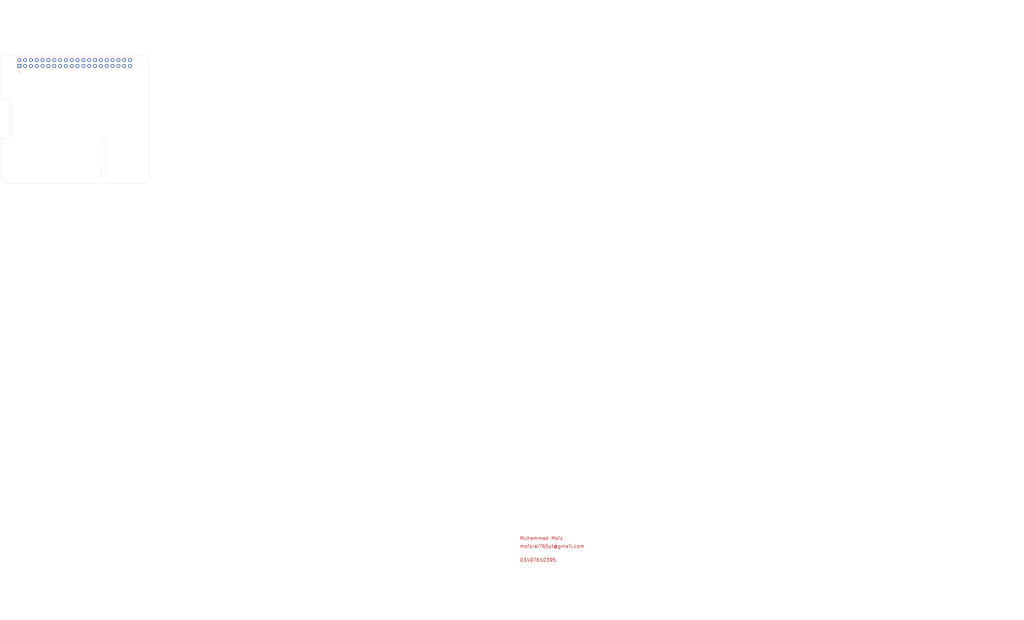
<source format=kicad_pcb>
(kicad_pcb (version 20240108) (generator "pcbnew") (generator_version "8.0")
  (title_block (title "Example Project") (date "15 nov 2012") (rev "rev01_1") (company "CoVenture"))
  (layers (0 "F.Cu" signal) (31 "B.Cu" signal) (34 "B.Paste" user) (35 "F.Paste" user) (36 "B.SilkS" user "B.Silkscreen") (37 "F.SilkS" user "F.Silkscreen") (38 "B.Mask" user) (39 "F.Mask" user) (44 "Edge.Cuts" user))
  (net 0 "")
  (net 1 "GND")
  (net 2 "/GPIO2{slash}SDA1")
  (net 3 "/GPIO3{slash}SCL1")
  (net 4 "/GPIO4{slash}GPCLK0")
  (net 5 "/GPIO14{slash}TXD0")
  (net 6 "/GPIO15{slash}RXD0")
  (net 7 "/GPIO17")
  (net 8 "/GPIO18{slash}PCM.CLK")
  (net 9 "/GPIO27")
  (net 10 "/GPIO22")
  (net 11 "/GPIO23")
  (net 12 "/GPIO24")
  (net 13 "/GPIO10{slash}SPI0.MOSI")
  (net 14 "/GPIO9{slash}SPI0.MISO")
  (net 15 "/GPIO25")
  (net 16 "/GPIO11{slash}SPI0.SCLK")
  (net 17 "/GPIO8{slash}SPI0.CE0")
  (net 18 "/GPIO7{slash}SPI0.CE1")
  (net 19 "/ID_SDA")
  (net 20 "/ID_SCL")
  (net 21 "/GPIO5")
  (net 22 "/GPIO6")
  (net 23 "/GPIO12{slash}PWM0")
  (net 24 "/GPIO13{slash}PWM1")
  (net 25 "/GPIO19{slash}PCM.FS")
  (net 26 "/GPIO16")
  (net 27 "/GPIO26")
  (net 28 "/GPIO20{slash}PCM.DIN")
  (net 29 "/GPIO21{slash}PCM.DOUT")
  (net 30 "+5V")
  (net 31 "+3V3")
  (footprint "MountingHole:MountingHole_2.7mm_M2.5" (layer "F.Cu") (at 161.5 47.5)
    (property "Reference" "MH2" (hide yes))
    (property "Value" "MountingHole_2.7mm_M2.5" (hide yes))
    (pad "" np_thru_hole circle (at 0 0) (size 2.7 2.7) (drill 2.7) (layers "*.Cu" "*.Mask"))
  )
  (footprint "MountingHole:MountingHole_2.7mm_M2.5" (layer "F.Cu") (at 103.5 96.5)
    (property "Reference" "MH3" (hide yes))
    (property "Value" "MountingHole_2.7mm_M2.5" (hide yes))
    (pad "" np_thru_hole circle (at 0 0) (size 2.7 2.7) (drill 2.7) (layers "*.Cu" "*.Mask"))
  )
  (footprint "MountingHole:MountingHole_2.7mm_M2.5" (layer "F.Cu") (at 103.5 47.5)
    (property "Reference" "MH1" (hide yes))
    (property "Value" "MountingHole_2.7mm_M2.5" (hide yes))
    (pad "" np_thru_hole circle (at 0 0) (size 2.7 2.7) (drill 2.7) (layers "*.Cu" "*.Mask"))
  )
  (footprint "MountingHole:MountingHole_2.7mm_M2.5" (layer "F.Cu") (at 161.5 96.5)
    (property "Reference" "MH4" (hide yes))
    (property "Value" "MountingHole_2.7mm_M2.5" (hide yes))
    (pad "" np_thru_hole circle (at 0 0) (size 2.7 2.7) (drill 2.7) (layers "*.Cu" "*.Mask"))
  )
  (footprint "Connector_PinSocket_2.54mm:PinSocket_2x20_P2.54mm_Vertical" (layer "B.Cu") (at 108.37 48.77 -90)
    (property "Reference" "J1" (at 2.5 0 0) (layer "B.SilkS") (effects (justify mirror)))
    (property "Value" "GPIO")
    (fp_line (start -3.87 1.33) (end -1.27 1.33) (stroke (width 0.12)) (layer "B.SilkS"))
    (fp_line (start -3.87 1.33) (end -3.87 -49.59) (stroke (width 0.12)) (layer "B.SilkS"))
    (fp_line (start -1.27 1.33) (end -1.27 -1.27) (stroke (width 0.12)) (layer "B.SilkS"))
    (fp_line (start 0 1.33) (end 1.33 1.33) (stroke (width 0.12)) (layer "B.SilkS"))
    (fp_line (start 1.33 1.33) (end 1.33 0) (stroke (width 0.12)) (layer "B.SilkS"))
    (fp_line (start -1.27 -1.27) (end 1.33 -1.27) (stroke (width 0.12)) (layer "B.SilkS"))
    (fp_line (start 1.33 -1.27) (end 1.33 -49.59) (stroke (width 0.12)) (layer "B.SilkS"))
    (fp_line (start -3.87 -49.59) (end 1.33 -49.59) (stroke (width 0.12)) (layer "B.SilkS"))
    (pad "1" thru_hole rect (at 0 0 270) (size 1.7 1.7) (drill 1) (layers "*.Cu" "*.Mask") (net 31 "+3V3"))
    (pad "2" thru_hole oval (at -2.54 0 270) (size 1.7 1.7) (drill 1) (layers "*.Cu" "*.Mask") (net 30 "+5V"))
    (pad "3" thru_hole oval (at 0 -2.54 270) (size 1.7 1.7) (drill 1) (layers "*.Cu" "*.Mask") (net 2 "/GPIO2{slash}SDA1"))
    (pad "4" thru_hole oval (at -2.54 -2.54 270) (size 1.7 1.7) (drill 1) (layers "*.Cu" "*.Mask") (net 30 "+5V"))
    (pad "5" thru_hole oval (at 0 -5.08 270) (size 1.7 1.7) (drill 1) (layers "*.Cu" "*.Mask") (net 3 "/GPIO3{slash}SCL1"))
    (pad "6" thru_hole oval (at -2.54 -5.08 270) (size 1.7 1.7) (drill 1) (layers "*.Cu" "*.Mask") (net 1 "GND"))
    (pad "7" thru_hole oval (at 0 -7.62 270) (size 1.7 1.7) (drill 1) (layers "*.Cu" "*.Mask") (net 4 "/GPIO4{slash}GPCLK0"))
    (pad "8" thru_hole oval (at -2.54 -7.62 270) (size 1.7 1.7) (drill 1) (layers "*.Cu" "*.Mask") (net 5 "/GPIO14{slash}TXD0"))
    (pad "9" thru_hole oval (at 0 -10.16 270) (size 1.7 1.7) (drill 1) (layers "*.Cu" "*.Mask") (net 1 "GND"))
    (pad "10" thru_hole oval (at -2.54 -10.16 270) (size 1.7 1.7) (drill 1) (layers "*.Cu" "*.Mask") (net 6 "/GPIO15{slash}RXD0"))
    (pad "11" thru_hole oval (at 0 -12.7 270) (size 1.7 1.7) (drill 1) (layers "*.Cu" "*.Mask") (net 7 "/GPIO17"))
    (pad "12" thru_hole oval (at -2.54 -12.7 270) (size 1.7 1.7) (drill 1) (layers "*.Cu" "*.Mask") (net 8 "/GPIO18{slash}PCM.CLK"))
    (pad "13" thru_hole oval (at 0 -15.24 270) (size 1.7 1.7) (drill 1) (layers "*.Cu" "*.Mask") (net 9 "/GPIO27"))
    (pad "14" thru_hole oval (at -2.54 -15.24 270) (size 1.7 1.7) (drill 1) (layers "*.Cu" "*.Mask") (net 1 "GND"))
    (pad "15" thru_hole oval (at 0 -17.78 270) (size 1.7 1.7) (drill 1) (layers "*.Cu" "*.Mask") (net 10 "/GPIO22"))
    (pad "16" thru_hole oval (at -2.54 -17.78 270) (size 1.7 1.7) (drill 1) (layers "*.Cu" "*.Mask") (net 11 "/GPIO23"))
    (pad "17" thru_hole oval (at 0 -20.32 270) (size 1.7 1.7) (drill 1) (layers "*.Cu" "*.Mask") (net 31 "+3V3"))
    (pad "18" thru_hole oval (at -2.54 -20.32 270) (size 1.7 1.7) (drill 1) (layers "*.Cu" "*.Mask") (net 12 "/GPIO24"))
    (pad "19" thru_hole oval (at 0 -22.86 270) (size 1.7 1.7) (drill 1) (layers "*.Cu" "*.Mask") (net 13 "/GPIO10{slash}SPI0.MOSI"))
    (pad "20" thru_hole oval (at -2.54 -22.86 270) (size 1.7 1.7) (drill 1) (layers "*.Cu" "*.Mask") (net 1 "GND"))
    (pad "21" thru_hole oval (at 0 -25.4 270) (size 1.7 1.7) (drill 1) (layers "*.Cu" "*.Mask") (net 14 "/GPIO9{slash}SPI0.MISO"))
    (pad "22" thru_hole oval (at -2.54 -25.4 270) (size 1.7 1.7) (drill 1) (layers "*.Cu" "*.Mask") (net 15 "/GPIO25"))
    (pad "23" thru_hole oval (at 0 -27.94 270) (size 1.7 1.7) (drill 1) (layers "*.Cu" "*.Mask") (net 16 "/GPIO11{slash}SPI0.SCLK"))
    (pad "24" thru_hole oval (at -2.54 -27.94 270) (size 1.7 1.7) (drill 1) (layers "*.Cu" "*.Mask") (net 17 "/GPIO8{slash}SPI0.CE0"))
    (pad "25" thru_hole oval (at 0 -30.48 270) (size 1.7 1.7) (drill 1) (layers "*.Cu" "*.Mask") (net 1 "GND"))
    (pad "26" thru_hole oval (at -2.54 -30.48 270) (size 1.7 1.7) (drill 1) (layers "*.Cu" "*.Mask") (net 18 "/GPIO7{slash}SPI0.CE1"))
    (pad "27" thru_hole oval (at 0 -33.02 270) (size 1.7 1.7) (drill 1) (layers "*.Cu" "*.Mask") (net 19 "/ID_SDA"))
    (pad "28" thru_hole oval (at -2.54 -33.02 270) (size 1.7 1.7) (drill 1) (layers "*.Cu" "*.Mask") (net 20 "/ID_SCL"))
    (pad "29" thru_hole oval (at 0 -35.56 270) (size 1.7 1.7) (drill 1) (layers "*.Cu" "*.Mask") (net 21 "/GPIO5"))
    (pad "30" thru_hole oval (at -2.54 -35.56 270) (size 1.7 1.7) (drill 1) (layers "*.Cu" "*.Mask") (net 1 "GND"))
    (pad "31" thru_hole oval (at 0 -38.1 270) (size 1.7 1.7) (drill 1) (layers "*.Cu" "*.Mask") (net 22 "/GPIO6"))
    (pad "32" thru_hole oval (at -2.54 -38.1 270) (size 1.7 1.7) (drill 1) (layers "*.Cu" "*.Mask") (net 23 "/GPIO12{slash}PWM0"))
    (pad "33" thru_hole oval (at 0 -40.64 270) (size 1.7 1.7) (drill 1) (layers "*.Cu" "*.Mask") (net 24 "/GPIO13{slash}PWM1"))
    (pad "34" thru_hole oval (at -2.54 -40.64 270) (size 1.7 1.7) (drill 1) (layers "*.Cu" "*.Mask") (net 1 "GND"))
    (pad "35" thru_hole oval (at 0 -43.18 270) (size 1.7 1.7) (drill 1) (layers "*.Cu" "*.Mask") (net 25 "/GPIO19{slash}PCM.FS"))
    (pad "36" thru_hole oval (at -2.54 -43.18 270) (size 1.7 1.7) (drill 1) (layers "*.Cu" "*.Mask") (net 26 "/GPIO16"))
    (pad "37" thru_hole oval (at 0 -45.72 270) (size 1.7 1.7) (drill 1) (layers "*.Cu" "*.Mask") (net 27 "/GPIO26"))
    (pad "38" thru_hole oval (at -2.54 -45.72 270) (size 1.7 1.7) (drill 1) (layers "*.Cu" "*.Mask") (net 28 "/GPIO20{slash}PCM.DIN"))
    (pad "39" thru_hole oval (at 0 -48.26 270) (size 1.7 1.7) (drill 1) (layers "*.Cu" "*.Mask") (net 1 "GND"))
    (pad "40" thru_hole oval (at -2.54 -48.26 270) (size 1.7 1.7) (drill 1) (layers "*.Cu" "*.Mask") (net 29 "/GPIO21{slash}PCM.DOUT"))
  )
  (gr_arc (start 100.5 63.5) (mid 100.146447 63.353553) (end 100 63) (stroke (width 0.1)) (layer "Edge.Cuts"))
  (gr_arc (start 162 44) (mid 164.12132 44.87868) (end 165 47) (stroke (width 0.1)) (layer "Edge.Cuts"))
  (gr_line (start 165 97) (end 165 47) (stroke (width 0.1)) (layer "Edge.Cuts"))
  (gr_line (start 100 47) (end 100 63) (stroke (width 0.1)) (layer "Edge.Cuts"))
  (gr_line (start 146 81) (end 146 96) (stroke (width 0.1)) (layer "Edge.Cuts"))
  (gr_line (start 144 96) (end 144 81) (stroke (width 0.1)) (layer "Edge.Cuts"))
  (gr_arc (start 103 100) (mid 100.87868 99.12132) (end 100 97) (stroke (width 0.1)) (layer "Edge.Cuts"))
  (gr_line (start 103 100) (end 162 100) (stroke (width 0.1)) (layer "Edge.Cuts"))
  (gr_line (start 104.5 80.5) (end 100.5 80.5) (stroke (width 0.1)) (layer "Edge.Cuts"))
  (gr_arc (start 144 81) (mid 145 80) (end 146 81) (stroke (width 0.1)) (layer "Edge.Cuts"))
  (gr_arc (start 100 81) (mid 100.146138 80.646755) (end 100.499127 80.500001) (stroke (width 0.1)) (layer "Edge.Cuts"))
  (gr_arc (start 165 97) (mid 164.12132 99.12132) (end 162 100) (stroke (width 0.1)) (layer "Edge.Cuts"))
  (gr_line (start 105 64) (end 105 80) (stroke (width 0.1)) (layer "Edge.Cuts"))
  (gr_arc (start 100 47) (mid 100.87868 44.87868) (end 103 44) (stroke (width 0.1)) (layer "Edge.Cuts"))
  (gr_arc (start 146 96) (mid 145 97) (end 144 96) (stroke (width 0.1)) (layer "Edge.Cuts"))
  (gr_line (start 100 81) (end 100 97) (stroke (width 0.1)) (layer "Edge.Cuts"))
  (gr_line (start 100.5 63.5) (end 104.5 63.5) (stroke (width 0.1)) (layer "Edge.Cuts"))
  (gr_arc (start 105 80) (mid 104.853553 80.353553) (end 104.5 80.5) (stroke (width 0.1)) (layer "Edge.Cuts"))
  (gr_arc (start 104.5 63.5) (mid 104.853553 63.646447) (end 105 64) (stroke (width 0.1)) (layer "Edge.Cuts"))
  (gr_line (start 162 44) (end 103 44) (stroke (width 0.1)) (layer "Edge.Cuts"))
  (gr_text "Muhammad Moiz" (at 326.5 255.5 0) (layer "F.Cu") (effects (font (size 1.5 1.5) (thickness 0.1875)) (justify left bottom)))
  (gr_text "03407610395" (at 326.5 265 0) (layer "F.Cu") (effects (font (size 1.5 1.5) (thickness 0.1875)) (justify left bottom)))
  (gr_text "moizrai765yt@gmail.com" (at 326.5 259 0) (layer "F.Cu") (effects (font (size 1.5 1.5) (thickness 0.1875)) (justify left bottom)))
)
</source>
